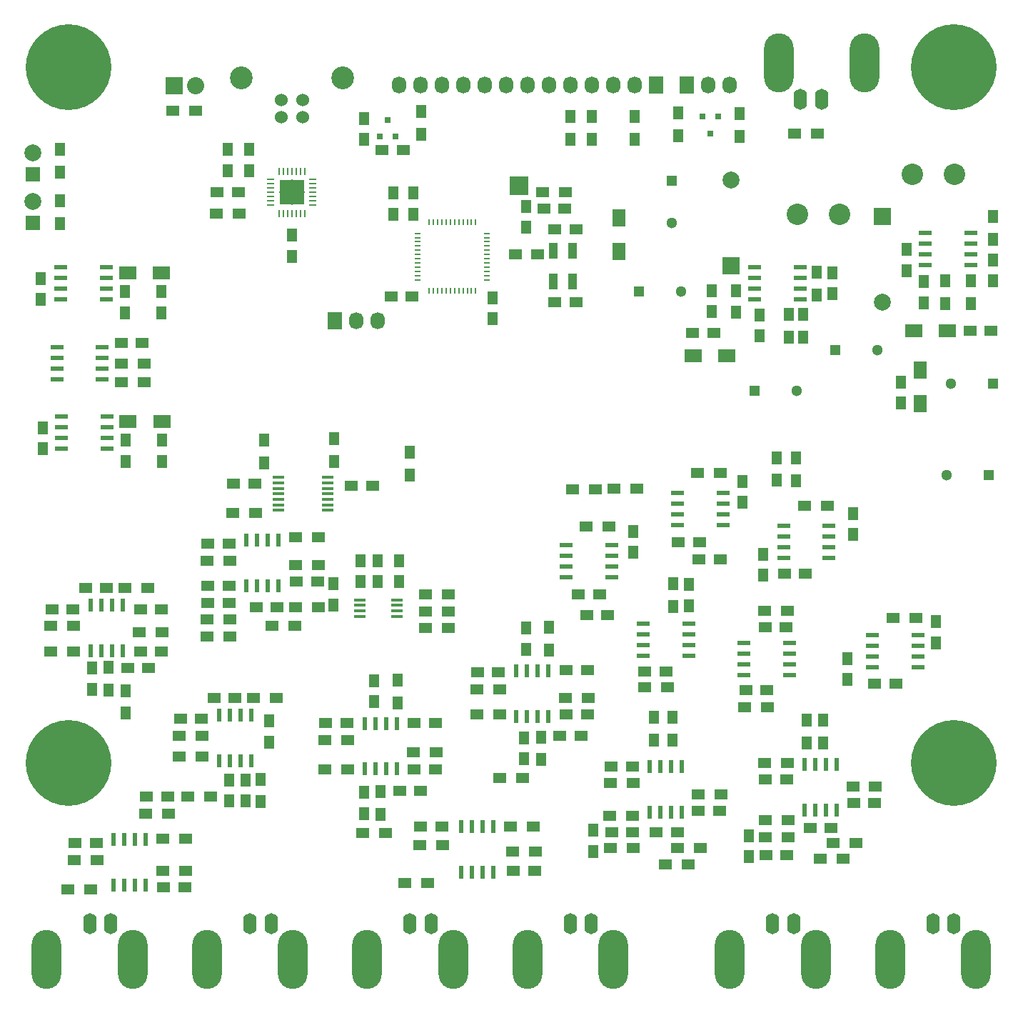
<source format=gbr>
G04 #@! TF.FileFunction,Soldermask,Top*
%FSLAX46Y46*%
G04 Gerber Fmt 4.6, Leading zero omitted, Abs format (unit mm)*
G04 Created by KiCad (PCBNEW (after 2015-may-25 BZR unknown)-product) date 7/20/2015 1:21:50 PM*
%MOMM*%
G01*
G04 APERTURE LIST*
%ADD10C,0.100000*%
%ADD11R,1.500000X1.250000*%
%ADD12R,1.250000X1.500000*%
%ADD13R,1.300000X1.300000*%
%ADD14C,1.300000*%
%ADD15R,1.699260X1.699260*%
%ADD16C,1.998980*%
%ADD17R,1.998980X1.998980*%
%ADD18C,2.540000*%
%ADD19R,2.235200X2.235200*%
%ADD20R,1.727200X2.032000*%
%ADD21O,1.727200X2.032000*%
%ADD22O,3.500120X7.000240*%
%ADD23O,1.600200X2.499360*%
%ADD24R,1.500000X1.300000*%
%ADD25R,1.300000X1.500000*%
%ADD26R,0.800100X0.248920*%
%ADD27R,0.800100X0.251460*%
%ADD28R,0.248920X0.800100*%
%ADD29R,0.251460X0.800100*%
%ADD30R,0.600000X1.550000*%
%ADD31R,1.550000X0.600000*%
%ADD32R,1.099820X1.899920*%
%ADD33R,0.800100X0.800100*%
%ADD34R,1.450000X0.450000*%
%ADD35C,1.524000*%
%ADD36C,2.700020*%
%ADD37R,2.032000X2.032000*%
%ADD38O,2.032000X2.032000*%
%ADD39R,2.000000X1.600000*%
%ADD40R,1.600000X2.000000*%
%ADD41C,10.160000*%
%ADD42O,0.248920X1.000760*%
%ADD43O,1.000760X0.248920*%
%ADD44R,3.000000X3.000000*%
%ADD45C,3.000000*%
G04 APERTURE END LIST*
D10*
D11*
X27610000Y-21850000D03*
X25110000Y-21850000D03*
X65150000Y-34900000D03*
X67650000Y-34900000D03*
X65150000Y-26250000D03*
X67650000Y-26250000D03*
X63850000Y-23800000D03*
X66350000Y-23800000D03*
D12*
X28900000Y-19290000D03*
X28900000Y-16790000D03*
X33980000Y-26950000D03*
X33980000Y-29450000D03*
X26360000Y-19290000D03*
X26360000Y-16790000D03*
X4450000Y-49750000D03*
X4450000Y-52250000D03*
X4200000Y-32050000D03*
X4200000Y-34550000D03*
X42550000Y-13100000D03*
X42550000Y-15600000D03*
X14250000Y-51250000D03*
X14250000Y-53750000D03*
X14200000Y-33650000D03*
X14200000Y-36150000D03*
D11*
X47200000Y-16850000D03*
X44700000Y-16850000D03*
D12*
X46650000Y-68000000D03*
X46650000Y-65500000D03*
X42150000Y-65500000D03*
X42150000Y-68000000D03*
X44150000Y-65500000D03*
X44150000Y-68000000D03*
X38900000Y-70750000D03*
X38900000Y-68250000D03*
X98100000Y-33900000D03*
X98100000Y-31400000D03*
D11*
X26500000Y-68500000D03*
X24000000Y-68500000D03*
X26500000Y-70500000D03*
X24000000Y-70500000D03*
D12*
X86650000Y-33550000D03*
X86650000Y-36050000D03*
D11*
X84700000Y-95200000D03*
X82200000Y-95200000D03*
D12*
X83800000Y-33500000D03*
X83800000Y-36000000D03*
D11*
X103100000Y-94200000D03*
X100600000Y-94200000D03*
X71850000Y-89950000D03*
X74350000Y-89950000D03*
X90150000Y-91400000D03*
X92650000Y-91400000D03*
D13*
X79050000Y-20450000D03*
D14*
X79050000Y-25450000D03*
D11*
X37000000Y-68000000D03*
X34500000Y-68000000D03*
X24000000Y-63500000D03*
X26500000Y-63500000D03*
D12*
X69750000Y-97450000D03*
X69750000Y-99950000D03*
X88150000Y-100600000D03*
X88150000Y-98100000D03*
D11*
X71900000Y-97700000D03*
X74400000Y-97700000D03*
X90200000Y-100400000D03*
X92700000Y-100400000D03*
X41050000Y-56600000D03*
X43550000Y-56600000D03*
X29550000Y-56350000D03*
X27050000Y-56350000D03*
D12*
X117100000Y-29850000D03*
X117100000Y-32350000D03*
X106850000Y-28650000D03*
X106850000Y-31150000D03*
X108900000Y-32450000D03*
X108900000Y-34950000D03*
D13*
X98450000Y-40550000D03*
D14*
X103450000Y-40550000D03*
D12*
X10250000Y-80750000D03*
X10250000Y-78250000D03*
D11*
X14500000Y-78250000D03*
X17000000Y-78250000D03*
X8000000Y-71250000D03*
X5500000Y-71250000D03*
X16000000Y-76250000D03*
X18500000Y-76250000D03*
X9500000Y-68750000D03*
X12000000Y-68750000D03*
X16000000Y-71250000D03*
X18500000Y-71250000D03*
X19250000Y-93500000D03*
X16750000Y-93500000D03*
D12*
X26500000Y-91500000D03*
X26500000Y-94000000D03*
D11*
X23250000Y-84250000D03*
X20750000Y-84250000D03*
D12*
X28500000Y-91500000D03*
X28500000Y-94000000D03*
D11*
X24750000Y-81750000D03*
X27250000Y-81750000D03*
D12*
X31250000Y-84500000D03*
X31250000Y-87000000D03*
X42500000Y-95500000D03*
X42500000Y-93000000D03*
D11*
X46750000Y-92750000D03*
X49250000Y-92750000D03*
X40500000Y-84750000D03*
X38000000Y-84750000D03*
X48500000Y-90250000D03*
X51000000Y-90250000D03*
D12*
X43750000Y-79750000D03*
X43750000Y-82250000D03*
D11*
X48500000Y-84750000D03*
X51000000Y-84750000D03*
D12*
X61500000Y-89000000D03*
X61500000Y-86500000D03*
D11*
X65750000Y-86250000D03*
X68250000Y-86250000D03*
X58500000Y-78750000D03*
X56000000Y-78750000D03*
X66500000Y-83750000D03*
X69000000Y-83750000D03*
D12*
X61750000Y-73500000D03*
X61750000Y-76000000D03*
D11*
X66500000Y-78500000D03*
X69000000Y-78500000D03*
D12*
X74450000Y-64550000D03*
X74450000Y-62050000D03*
D11*
X67950000Y-69550000D03*
X70450000Y-69550000D03*
D12*
X87400000Y-58600000D03*
X87400000Y-56100000D03*
D11*
X79800000Y-63350000D03*
X82300000Y-63350000D03*
X68950000Y-72000000D03*
X71450000Y-72000000D03*
X82250000Y-65400000D03*
X84750000Y-65400000D03*
D12*
X81100000Y-68350000D03*
X81100000Y-70850000D03*
D11*
X78350000Y-78650000D03*
X75850000Y-78650000D03*
D12*
X100550000Y-62400000D03*
X100550000Y-59900000D03*
D11*
X92400000Y-67050000D03*
X94900000Y-67050000D03*
D12*
X110400000Y-75250000D03*
X110400000Y-72750000D03*
D11*
X103100000Y-80050000D03*
X105600000Y-80050000D03*
D12*
X89850000Y-64750000D03*
X89850000Y-67250000D03*
X99900000Y-77100000D03*
X99900000Y-79600000D03*
D11*
X90100000Y-73400000D03*
X92600000Y-73400000D03*
X90300000Y-80850000D03*
X87800000Y-80850000D03*
X62750000Y-102250000D03*
X60250000Y-102250000D03*
X21250000Y-104250000D03*
X18750000Y-104250000D03*
X49250000Y-97000000D03*
X51750000Y-97000000D03*
X8250000Y-99000000D03*
X10750000Y-99000000D03*
D15*
X3250000Y-25500000D03*
D16*
X3250000Y-22960000D03*
D15*
X3250000Y-19750000D03*
D16*
X3250000Y-17210000D03*
X86097460Y-20440000D03*
D17*
X86097460Y-30600000D03*
D16*
X104002540Y-34860000D03*
D17*
X104002540Y-24700000D03*
D18*
X98949360Y-24500000D03*
X93950640Y-24500000D03*
X112599360Y-19700000D03*
X107600640Y-19700000D03*
D19*
X60950000Y-21100000D03*
D20*
X77160000Y-9150000D03*
D21*
X74620000Y-9150000D03*
X72080000Y-9150000D03*
X69540000Y-9150000D03*
X67000000Y-9150000D03*
X64460000Y-9150000D03*
X61920000Y-9150000D03*
X59380000Y-9150000D03*
X56840000Y-9150000D03*
X54300000Y-9150000D03*
X51760000Y-9150000D03*
X49220000Y-9150000D03*
X46680000Y-9150000D03*
D22*
X91702220Y-6536600D03*
X101900320Y-6536600D03*
D23*
X96800000Y-10801260D03*
X94300640Y-10801260D03*
D20*
X80800000Y-9100000D03*
D21*
X83340000Y-9100000D03*
X85880000Y-9100000D03*
D22*
X96097780Y-112763400D03*
X85899680Y-112763400D03*
D23*
X91000000Y-108498740D03*
X93499360Y-108498740D03*
D22*
X115097780Y-112763400D03*
X104899680Y-112763400D03*
D23*
X110000000Y-108498740D03*
X112499360Y-108498740D03*
D22*
X15097780Y-112763400D03*
X4899680Y-112763400D03*
D23*
X10000000Y-108498740D03*
X12499360Y-108498740D03*
D22*
X53097780Y-112763400D03*
X42899680Y-112763400D03*
D23*
X48000000Y-108498740D03*
X50499360Y-108498740D03*
D22*
X72097780Y-112763400D03*
X61899680Y-112763400D03*
D23*
X67000000Y-108498740D03*
X69499360Y-108498740D03*
D22*
X34097780Y-112763400D03*
X23899680Y-112763400D03*
D23*
X29000000Y-108498740D03*
X31499360Y-108498740D03*
D24*
X25010000Y-24390000D03*
X27710000Y-24390000D03*
D25*
X6500000Y-22850000D03*
X6500000Y-25550000D03*
X6500000Y-16750000D03*
X6500000Y-19450000D03*
D24*
X19850000Y-12200000D03*
X22550000Y-12200000D03*
X60450000Y-29200000D03*
X63150000Y-29200000D03*
D25*
X49300000Y-12300000D03*
X49300000Y-15000000D03*
D24*
X66400000Y-21800000D03*
X63700000Y-21800000D03*
D25*
X79800000Y-12450000D03*
X79800000Y-15150000D03*
D24*
X93600000Y-14900000D03*
X96300000Y-14900000D03*
D25*
X87100000Y-15250000D03*
X87100000Y-12550000D03*
X74620000Y-15580000D03*
X74620000Y-12880000D03*
X69540000Y-15580000D03*
X69540000Y-12880000D03*
X67000000Y-15580000D03*
X67000000Y-12880000D03*
X48000000Y-55350000D03*
X48000000Y-52650000D03*
D24*
X34400000Y-71000000D03*
X37100000Y-71000000D03*
D25*
X96250000Y-31300000D03*
X96250000Y-34000000D03*
X94650000Y-36300000D03*
X94650000Y-39000000D03*
D24*
X31650000Y-73250000D03*
X34350000Y-73250000D03*
D25*
X92900000Y-39000000D03*
X92900000Y-36300000D03*
D24*
X23900000Y-72500000D03*
X26600000Y-72500000D03*
D25*
X79100000Y-86800000D03*
X79100000Y-84100000D03*
X76950000Y-86800000D03*
X76950000Y-84100000D03*
X97000000Y-87100000D03*
X97000000Y-84400000D03*
X95050000Y-87100000D03*
X95050000Y-84400000D03*
D24*
X37100000Y-62750000D03*
X34400000Y-62750000D03*
X26600000Y-74500000D03*
X23900000Y-74500000D03*
X82150000Y-93200000D03*
X84850000Y-93200000D03*
X71750000Y-91900000D03*
X74450000Y-91900000D03*
X100500000Y-92300000D03*
X103200000Y-92300000D03*
X90050000Y-89450000D03*
X92750000Y-89450000D03*
X34400000Y-66000000D03*
X37100000Y-66000000D03*
X23900000Y-65500000D03*
X26600000Y-65500000D03*
X29650000Y-59850000D03*
X26950000Y-59850000D03*
X71700000Y-95750000D03*
X74400000Y-95750000D03*
X71750000Y-99600000D03*
X74450000Y-99600000D03*
X90100000Y-96300000D03*
X92800000Y-96300000D03*
X90150000Y-98300000D03*
X92850000Y-98300000D03*
D25*
X117100000Y-27450000D03*
X117100000Y-24750000D03*
X114550000Y-35050000D03*
X114550000Y-32350000D03*
D24*
X78300000Y-101500000D03*
X81000000Y-101500000D03*
X96650000Y-100850000D03*
X99350000Y-100850000D03*
D25*
X111500000Y-32350000D03*
X111500000Y-35050000D03*
X14250000Y-80900000D03*
X14250000Y-83600000D03*
X12250000Y-78150000D03*
X12250000Y-80850000D03*
D24*
X5400000Y-73250000D03*
X8100000Y-73250000D03*
X15900000Y-74000000D03*
X18600000Y-74000000D03*
X5400000Y-76250000D03*
X8100000Y-76250000D03*
X14150000Y-68750000D03*
X16850000Y-68750000D03*
X19350000Y-95500000D03*
X16650000Y-95500000D03*
X24350000Y-93500000D03*
X21650000Y-93500000D03*
X20650000Y-86250000D03*
X23350000Y-86250000D03*
D25*
X30250000Y-91400000D03*
X30250000Y-94100000D03*
D24*
X20650000Y-88750000D03*
X23350000Y-88750000D03*
X29400000Y-81750000D03*
X32100000Y-81750000D03*
X42400000Y-97750000D03*
X45100000Y-97750000D03*
D25*
X44500000Y-92900000D03*
X44500000Y-95600000D03*
D24*
X37900000Y-86750000D03*
X40600000Y-86750000D03*
X48400000Y-88250000D03*
X51100000Y-88250000D03*
X37900000Y-90250000D03*
X40600000Y-90250000D03*
D25*
X46500000Y-82350000D03*
X46500000Y-79650000D03*
D24*
X61350000Y-91250000D03*
X58650000Y-91250000D03*
D25*
X63500000Y-86400000D03*
X63500000Y-89100000D03*
D24*
X55900000Y-80750000D03*
X58600000Y-80750000D03*
X66400000Y-81750000D03*
X69100000Y-81750000D03*
X55900000Y-83750000D03*
X58600000Y-83750000D03*
D25*
X64500000Y-76100000D03*
X64500000Y-73400000D03*
X79200000Y-68250000D03*
X79200000Y-70950000D03*
D24*
X75850000Y-80550000D03*
X78550000Y-80550000D03*
X90050000Y-71450000D03*
X92750000Y-71450000D03*
X87700000Y-82850000D03*
X90400000Y-82850000D03*
X62850000Y-100000000D03*
X60150000Y-100000000D03*
X51850000Y-99250000D03*
X49150000Y-99250000D03*
X21350000Y-102250000D03*
X18650000Y-102250000D03*
X10850000Y-101000000D03*
X8150000Y-101000000D03*
D26*
X57127020Y-26721720D03*
D27*
X57127020Y-27222100D03*
X57127020Y-27722480D03*
X57127020Y-28222860D03*
D26*
X57127020Y-28720700D03*
X57127020Y-29221080D03*
X57127020Y-29718920D03*
X57127020Y-30219300D03*
D27*
X57127020Y-30717140D03*
X57127020Y-31217520D03*
X57127020Y-31717900D03*
D26*
X57127020Y-32218280D03*
D28*
X55778280Y-33567020D03*
D29*
X55277900Y-33567020D03*
X54777520Y-33567020D03*
X54277140Y-33567020D03*
D28*
X53779300Y-33567020D03*
X53278920Y-33567020D03*
X52781080Y-33567020D03*
X52280700Y-33567020D03*
D29*
X51782860Y-33567020D03*
X51282480Y-33567020D03*
X50782100Y-33567020D03*
D28*
X50281720Y-33567020D03*
D26*
X48932980Y-26721720D03*
D27*
X48932980Y-27222100D03*
X48932980Y-27722480D03*
X48932980Y-28222860D03*
D26*
X48932980Y-28720700D03*
X48932980Y-29221080D03*
X48932980Y-29718920D03*
X48932980Y-30219300D03*
D27*
X48932980Y-30717140D03*
X48932980Y-31217520D03*
X48932980Y-31717900D03*
D26*
X48932980Y-32218280D03*
D28*
X55778280Y-25372980D03*
D29*
X55277900Y-25372980D03*
X54777520Y-25372980D03*
X54277140Y-25372980D03*
D28*
X53779300Y-25372980D03*
X53278920Y-25372980D03*
X52781080Y-25372980D03*
X52280700Y-25372980D03*
D29*
X51782860Y-25372980D03*
X51282480Y-25372980D03*
X50782100Y-25372980D03*
D28*
X50281720Y-25372980D03*
D30*
X32405000Y-63050000D03*
X31135000Y-63050000D03*
X29865000Y-63050000D03*
X28595000Y-63050000D03*
X28595000Y-68450000D03*
X29865000Y-68450000D03*
X31135000Y-68450000D03*
X32405000Y-68450000D03*
X80255000Y-89950000D03*
X78985000Y-89950000D03*
X77715000Y-89950000D03*
X76445000Y-89950000D03*
X76445000Y-95350000D03*
X77715000Y-95350000D03*
X78985000Y-95350000D03*
X80255000Y-95350000D03*
X98555000Y-89700000D03*
X97285000Y-89700000D03*
X96015000Y-89700000D03*
X94745000Y-89700000D03*
X94745000Y-95100000D03*
X96015000Y-95100000D03*
X97285000Y-95100000D03*
X98555000Y-95100000D03*
X10095000Y-76200000D03*
X11365000Y-76200000D03*
X12635000Y-76200000D03*
X13905000Y-76200000D03*
X13905000Y-70800000D03*
X12635000Y-70800000D03*
X11365000Y-70800000D03*
X10095000Y-70800000D03*
X25345000Y-89200000D03*
X26615000Y-89200000D03*
X27885000Y-89200000D03*
X29155000Y-89200000D03*
X29155000Y-83800000D03*
X27885000Y-83800000D03*
X26615000Y-83800000D03*
X25345000Y-83800000D03*
X42595000Y-90200000D03*
X43865000Y-90200000D03*
X45135000Y-90200000D03*
X46405000Y-90200000D03*
X46405000Y-84800000D03*
X45135000Y-84800000D03*
X43865000Y-84800000D03*
X42595000Y-84800000D03*
X60595000Y-83950000D03*
X61865000Y-83950000D03*
X63135000Y-83950000D03*
X64405000Y-83950000D03*
X64405000Y-78550000D03*
X63135000Y-78550000D03*
X61865000Y-78550000D03*
X60595000Y-78550000D03*
D31*
X81050000Y-76755000D03*
X81050000Y-75485000D03*
X81050000Y-74215000D03*
X81050000Y-72945000D03*
X75650000Y-72945000D03*
X75650000Y-74215000D03*
X75650000Y-75485000D03*
X75650000Y-76755000D03*
X93000000Y-79055000D03*
X93000000Y-77785000D03*
X93000000Y-76515000D03*
X93000000Y-75245000D03*
X87600000Y-75245000D03*
X87600000Y-76515000D03*
X87600000Y-77785000D03*
X87600000Y-79055000D03*
D32*
X64949380Y-28750880D03*
X64949380Y-32449120D03*
X67250620Y-32449120D03*
X67250620Y-28750880D03*
D33*
X84550000Y-12899240D03*
X82650000Y-12899240D03*
X83600000Y-14898220D03*
X44400000Y-15250760D03*
X46300000Y-15250760D03*
X45350000Y-13251780D03*
D34*
X42075000Y-70150000D03*
X42075000Y-70800000D03*
X42075000Y-71450000D03*
X42075000Y-72100000D03*
X46475000Y-72100000D03*
X46475000Y-71450000D03*
X46475000Y-70800000D03*
X46475000Y-70150000D03*
D31*
X88850000Y-30695000D03*
X88850000Y-31965000D03*
X88850000Y-33235000D03*
X88850000Y-34505000D03*
X94250000Y-34505000D03*
X94250000Y-33235000D03*
X94250000Y-31965000D03*
X94250000Y-30695000D03*
D34*
X32350000Y-55650000D03*
X32350000Y-56300000D03*
X32350000Y-56950000D03*
X32350000Y-57600000D03*
X32350000Y-58250000D03*
X32350000Y-58900000D03*
X32350000Y-59550000D03*
X38250000Y-59550000D03*
X38250000Y-58900000D03*
X38250000Y-58250000D03*
X38250000Y-57600000D03*
X38250000Y-56950000D03*
X38250000Y-56300000D03*
X38250000Y-55650000D03*
D31*
X109100000Y-26695000D03*
X109100000Y-27965000D03*
X109100000Y-29235000D03*
X109100000Y-30505000D03*
X114500000Y-30505000D03*
X114500000Y-29235000D03*
X114500000Y-27965000D03*
X114500000Y-26695000D03*
X66500000Y-63645000D03*
X66500000Y-64915000D03*
X66500000Y-66185000D03*
X66500000Y-67455000D03*
X71900000Y-67455000D03*
X71900000Y-66185000D03*
X71900000Y-64915000D03*
X71900000Y-63645000D03*
X79700000Y-57445000D03*
X79700000Y-58715000D03*
X79700000Y-59985000D03*
X79700000Y-61255000D03*
X85100000Y-61255000D03*
X85100000Y-59985000D03*
X85100000Y-58715000D03*
X85100000Y-57445000D03*
X92300000Y-61395000D03*
X92300000Y-62665000D03*
X92300000Y-63935000D03*
X92300000Y-65205000D03*
X97700000Y-65205000D03*
X97700000Y-63935000D03*
X97700000Y-62665000D03*
X97700000Y-61395000D03*
X102850000Y-74345000D03*
X102850000Y-75615000D03*
X102850000Y-76885000D03*
X102850000Y-78155000D03*
X108250000Y-78155000D03*
X108250000Y-76885000D03*
X108250000Y-75615000D03*
X108250000Y-74345000D03*
D30*
X12845000Y-103950000D03*
X14115000Y-103950000D03*
X15385000Y-103950000D03*
X16655000Y-103950000D03*
X16655000Y-98550000D03*
X15385000Y-98550000D03*
X14115000Y-98550000D03*
X12845000Y-98550000D03*
X54095000Y-102450000D03*
X55365000Y-102450000D03*
X56635000Y-102450000D03*
X57905000Y-102450000D03*
X57905000Y-97050000D03*
X56635000Y-97050000D03*
X55365000Y-97050000D03*
X54095000Y-97050000D03*
D35*
X35250000Y-12959000D03*
X32710000Y-12959000D03*
X32710000Y-10960020D03*
X35250000Y-10960020D03*
D36*
X39979480Y-8260000D03*
X27980520Y-8260000D03*
D11*
X81500000Y-38500000D03*
X84000000Y-38500000D03*
D13*
X75150000Y-33600000D03*
D14*
X80150000Y-33600000D03*
D12*
X89450000Y-38900000D03*
X89450000Y-36400000D03*
D13*
X88850000Y-45350000D03*
D14*
X93850000Y-45350000D03*
D11*
X114400000Y-38300000D03*
X116900000Y-38300000D03*
D13*
X117150000Y-44500000D03*
D14*
X112150000Y-44500000D03*
D12*
X106250000Y-46850000D03*
X106250000Y-44350000D03*
D13*
X116650000Y-55400000D03*
D14*
X111650000Y-55400000D03*
D37*
X20000000Y-9200000D03*
D38*
X22540000Y-9200000D03*
D20*
X39060000Y-37090000D03*
D21*
X41600000Y-37090000D03*
X44140000Y-37090000D03*
D12*
X48400000Y-24450000D03*
X48400000Y-21950000D03*
X57800000Y-34350000D03*
X57800000Y-36850000D03*
D11*
X48250000Y-34200000D03*
X45750000Y-34200000D03*
D12*
X61750000Y-26000000D03*
X61750000Y-23500000D03*
X46000000Y-24450000D03*
X46000000Y-21950000D03*
D39*
X14550000Y-49000000D03*
X18550000Y-49000000D03*
X14500000Y-31400000D03*
X18500000Y-31400000D03*
D12*
X18550000Y-51250000D03*
X18550000Y-53750000D03*
X18500000Y-33650000D03*
X18500000Y-36150000D03*
D31*
X6650000Y-48395000D03*
X6650000Y-49665000D03*
X6650000Y-50935000D03*
X6650000Y-52205000D03*
X12050000Y-52205000D03*
X12050000Y-50935000D03*
X12050000Y-49665000D03*
X12050000Y-48395000D03*
X6600000Y-30695000D03*
X6600000Y-31965000D03*
X6600000Y-33235000D03*
X6600000Y-34505000D03*
X12000000Y-34505000D03*
X12000000Y-33235000D03*
X12000000Y-31965000D03*
X12000000Y-30695000D03*
D40*
X72750000Y-24900000D03*
X72750000Y-28900000D03*
D39*
X81550000Y-41200000D03*
X85550000Y-41200000D03*
X107700000Y-38300000D03*
X111700000Y-38300000D03*
D40*
X108500000Y-42900000D03*
X108500000Y-46900000D03*
D11*
X13750000Y-39700000D03*
X16250000Y-39700000D03*
D24*
X16450000Y-44400000D03*
X13750000Y-44400000D03*
X16450000Y-42200000D03*
X13750000Y-42200000D03*
D31*
X6100000Y-40195000D03*
X6100000Y-41465000D03*
X6100000Y-42735000D03*
X6100000Y-44005000D03*
X11500000Y-44005000D03*
X11500000Y-42735000D03*
X11500000Y-41465000D03*
X11500000Y-40195000D03*
D24*
X79700000Y-99550000D03*
X82400000Y-99550000D03*
X98200000Y-98950000D03*
X100900000Y-98950000D03*
X52500000Y-69500000D03*
X49800000Y-69500000D03*
X52500000Y-71500000D03*
X49800000Y-71500000D03*
X52500000Y-73500000D03*
X49800000Y-73500000D03*
X72150000Y-57000000D03*
X74850000Y-57000000D03*
X69950000Y-57050000D03*
X67250000Y-57050000D03*
X82050000Y-55100000D03*
X84750000Y-55100000D03*
X68850000Y-61450000D03*
X71550000Y-61450000D03*
D25*
X93800000Y-53350000D03*
X93800000Y-56050000D03*
X91500000Y-53300000D03*
X91500000Y-56000000D03*
D24*
X105300000Y-72300000D03*
X108000000Y-72300000D03*
X94800000Y-59050000D03*
X97500000Y-59050000D03*
D11*
X29750000Y-71000000D03*
X32250000Y-71000000D03*
X77200000Y-97700000D03*
X79700000Y-97700000D03*
X95450000Y-97200000D03*
X97950000Y-97200000D03*
D24*
X47400000Y-103750000D03*
X50100000Y-103750000D03*
X62600000Y-97000000D03*
X59900000Y-97000000D03*
X7400000Y-104500000D03*
X10100000Y-104500000D03*
X21350000Y-98500000D03*
X18650000Y-98500000D03*
D41*
X112500000Y-89500000D03*
X7500000Y-7000000D03*
X112500000Y-7000000D03*
X7500000Y-89500000D03*
D25*
X30650000Y-53900000D03*
X30650000Y-51200000D03*
X38950000Y-53750000D03*
X38950000Y-51050000D03*
D42*
X35481140Y-19350640D03*
X34980760Y-19350640D03*
X34480380Y-19350640D03*
X33980000Y-19350640D03*
X33479620Y-19350640D03*
X32979240Y-19350640D03*
X32478860Y-19350640D03*
D43*
X31480640Y-20348860D03*
X31480640Y-20849240D03*
X31480640Y-21349620D03*
X31480640Y-21850000D03*
X31480640Y-22350380D03*
X31480640Y-22850760D03*
X31480640Y-23351140D03*
D42*
X32478860Y-24349360D03*
X32979240Y-24349360D03*
X33479620Y-24349360D03*
X33980000Y-24349360D03*
X34480380Y-24349360D03*
X34980760Y-24349360D03*
X35481140Y-24349360D03*
D43*
X36479360Y-23351140D03*
X36479360Y-22850760D03*
X36479360Y-22350380D03*
X36479360Y-21850000D03*
X36479360Y-21349620D03*
X36479360Y-20849240D03*
X36479360Y-20348860D03*
D44*
X33980000Y-21850000D03*
D45*
X33980000Y-21850000D03*
M02*

</source>
